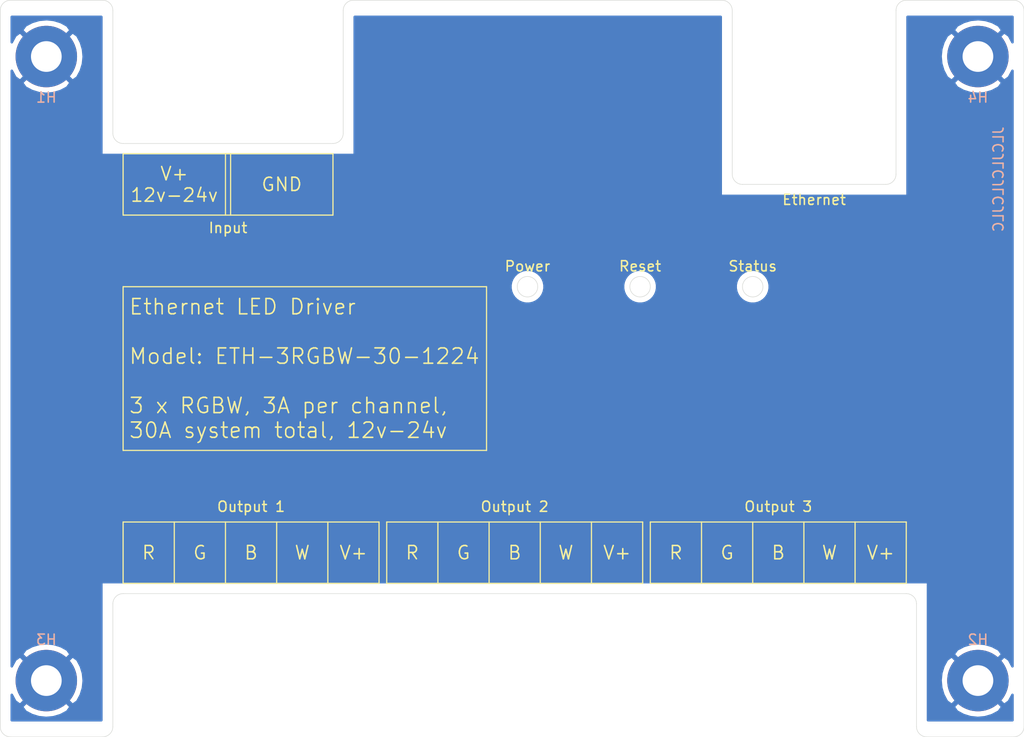
<source format=kicad_pcb>
(kicad_pcb (version 20171130) (host pcbnew "(5.1.10-1-10_14)")

  (general
    (thickness 1.6)
    (drawings 97)
    (tracks 0)
    (zones 0)
    (modules 4)
    (nets 2)
  )

  (page A4)
  (layers
    (0 F.Cu signal)
    (31 B.Cu signal hide)
    (32 B.Adhes user)
    (33 F.Adhes user)
    (34 B.Paste user)
    (35 F.Paste user)
    (36 B.SilkS user)
    (37 F.SilkS user)
    (38 B.Mask user)
    (39 F.Mask user)
    (40 Dwgs.User user hide)
    (41 Cmts.User user hide)
    (42 Eco1.User user)
    (43 Eco2.User user)
    (44 Edge.Cuts user)
    (45 Margin user)
    (46 B.CrtYd user)
    (47 F.CrtYd user)
    (48 B.Fab user hide)
    (49 F.Fab user hide)
  )

  (setup
    (last_trace_width 0.25)
    (user_trace_width 0.3)
    (user_trace_width 0.4)
    (user_trace_width 0.5)
    (user_trace_width 0.75)
    (user_trace_width 1)
    (user_trace_width 1.5)
    (user_trace_width 2)
    (trace_clearance 0.2)
    (zone_clearance 0.5)
    (zone_45_only no)
    (trace_min 0.2)
    (via_size 0.8)
    (via_drill 0.4)
    (via_min_size 0.4)
    (via_min_drill 0.3)
    (uvia_size 0.3)
    (uvia_drill 0.1)
    (uvias_allowed no)
    (uvia_min_size 0.2)
    (uvia_min_drill 0.1)
    (edge_width 0.05)
    (segment_width 0.2)
    (pcb_text_width 0.3)
    (pcb_text_size 1.5 1.5)
    (mod_edge_width 0.12)
    (mod_text_size 1 1)
    (mod_text_width 0.15)
    (pad_size 1.524 1.524)
    (pad_drill 0.762)
    (pad_to_mask_clearance 0)
    (aux_axis_origin 0 0)
    (grid_origin 273.25 38)
    (visible_elements FFFFFF7F)
    (pcbplotparams
      (layerselection 0x010fc_ffffffff)
      (usegerberextensions true)
      (usegerberattributes false)
      (usegerberadvancedattributes false)
      (creategerberjobfile false)
      (excludeedgelayer true)
      (linewidth 0.100000)
      (plotframeref false)
      (viasonmask false)
      (mode 1)
      (useauxorigin false)
      (hpglpennumber 1)
      (hpglpenspeed 20)
      (hpglpendiameter 15.000000)
      (psnegative false)
      (psa4output false)
      (plotreference true)
      (plotvalue false)
      (plotinvisibletext false)
      (padsonsilk false)
      (subtractmaskfromsilk true)
      (outputformat 1)
      (mirror false)
      (drillshape 0)
      (scaleselection 1)
      (outputdirectory "gerbers/"))
  )

  (net 0 "")
  (net 1 GND)

  (net_class Default "This is the default net class."
    (clearance 0.2)
    (trace_width 0.25)
    (via_dia 0.8)
    (via_drill 0.4)
    (uvia_dia 0.3)
    (uvia_drill 0.1)
    (add_net GND)
  )

  (module MountingHole:MountingHole_3mm_Pad (layer F.Cu) (tedit 56D1B4CB) (tstamp 640A1DCC)
    (at 268.75 43.5)
    (descr "Mounting Hole 3mm")
    (tags "mounting hole 3mm")
    (path /652DDEE1)
    (attr virtual)
    (fp_text reference H4 (at 0 4) (layer B.SilkS)
      (effects (font (size 1 1) (thickness 0.15)) (justify mirror))
    )
    (fp_text value MountingHole_Pad (at 0 4) (layer F.Fab)
      (effects (font (size 1 1) (thickness 0.15)))
    )
    (fp_circle (center 0 0) (end 3.25 0) (layer F.CrtYd) (width 0.05))
    (fp_circle (center 0 0) (end 3 0) (layer Cmts.User) (width 0.15))
    (fp_text user %R (at 0.3 0) (layer F.Fab)
      (effects (font (size 1 1) (thickness 0.15)))
    )
    (pad 1 thru_hole circle (at 0 0) (size 6 6) (drill 3) (layers *.Cu *.Mask)
      (net 1 GND))
  )

  (module MountingHole:MountingHole_3mm_Pad (layer F.Cu) (tedit 56D1B4CB) (tstamp 640A1DC4)
    (at 177.75 104.5)
    (descr "Mounting Hole 3mm")
    (tags "mounting hole 3mm")
    (path /652DC7EE)
    (attr virtual)
    (fp_text reference H3 (at 0 -4) (layer B.SilkS)
      (effects (font (size 1 1) (thickness 0.15)) (justify mirror))
    )
    (fp_text value MountingHole_Pad (at 0 4) (layer F.Fab)
      (effects (font (size 1 1) (thickness 0.15)))
    )
    (fp_circle (center 0 0) (end 3.25 0) (layer F.CrtYd) (width 0.05))
    (fp_circle (center 0 0) (end 3 0) (layer Cmts.User) (width 0.15))
    (fp_text user %R (at 0.3 0) (layer F.Fab)
      (effects (font (size 1 1) (thickness 0.15)))
    )
    (pad 1 thru_hole circle (at 0 0) (size 6 6) (drill 3) (layers *.Cu *.Mask)
      (net 1 GND))
  )

  (module MountingHole:MountingHole_3mm_Pad (layer F.Cu) (tedit 56D1B4CB) (tstamp 640A1DBC)
    (at 268.75 104.5)
    (descr "Mounting Hole 3mm")
    (tags "mounting hole 3mm")
    (path /652DB000)
    (attr virtual)
    (fp_text reference H2 (at 0 -4) (layer B.SilkS)
      (effects (font (size 1 1) (thickness 0.15)) (justify mirror))
    )
    (fp_text value MountingHole_Pad (at 0 4) (layer F.Fab)
      (effects (font (size 1 1) (thickness 0.15)))
    )
    (fp_circle (center 0 0) (end 3.25 0) (layer F.CrtYd) (width 0.05))
    (fp_circle (center 0 0) (end 3 0) (layer Cmts.User) (width 0.15))
    (fp_text user %R (at 0.3 0) (layer F.Fab)
      (effects (font (size 1 1) (thickness 0.15)))
    )
    (pad 1 thru_hole circle (at 0 0) (size 6 6) (drill 3) (layers *.Cu *.Mask)
      (net 1 GND))
  )

  (module MountingHole:MountingHole_3mm_Pad (layer F.Cu) (tedit 56D1B4CB) (tstamp 640A1DB4)
    (at 177.75 43.5)
    (descr "Mounting Hole 3mm")
    (tags "mounting hole 3mm")
    (path /652D78B9)
    (attr virtual)
    (fp_text reference H1 (at 0 4) (layer B.SilkS)
      (effects (font (size 1 1) (thickness 0.15)) (justify mirror))
    )
    (fp_text value MountingHole_Pad (at 0 4) (layer F.Fab)
      (effects (font (size 1 1) (thickness 0.15)))
    )
    (fp_circle (center 0 0) (end 3.25 0) (layer F.CrtYd) (width 0.05))
    (fp_circle (center 0 0) (end 3 0) (layer Cmts.User) (width 0.15))
    (fp_text user %R (at 0.3 0) (layer F.Fab)
      (effects (font (size 1 1) (thickness 0.15)))
    )
    (pad 1 thru_hole circle (at 0 0) (size 6 6) (drill 3) (layers *.Cu *.Mask)
      (net 1 GND))
  )

  (gr_text Input (at 195.5 60.25) (layer F.SilkS)
    (effects (font (size 1 1) (thickness 0.15)))
  )
  (gr_text "Output 3" (at 249.25 87.5) (layer F.SilkS)
    (effects (font (size 1 1) (thickness 0.15)))
  )
  (gr_text "Output 2" (at 223.5 87.5) (layer F.SilkS)
    (effects (font (size 1 1) (thickness 0.15)))
  )
  (gr_text "Output 1" (at 197.75 87.5) (layer F.SilkS)
    (effects (font (size 1 1) (thickness 0.15)))
  )
  (gr_line (start 220.75 66) (end 220.75 82) (layer F.SilkS) (width 0.12) (tstamp 64699780))
  (gr_line (start 185.25 66) (end 220.75 66) (layer F.SilkS) (width 0.12))
  (gr_line (start 185.25 82) (end 185.25 66) (layer F.SilkS) (width 0.12))
  (gr_line (start 220.75 82) (end 185.25 82) (layer F.SilkS) (width 0.12))
  (gr_text "Ethernet LED Driver\n\nModel: ETH-3RGBW-30-1224\n\n3 x RGBW, 3A per channel,\n30A system total, 12v-24v" (at 185.75 74) (layer F.SilkS)
    (effects (font (size 1.5 1.5) (thickness 0.15)) (justify left))
  )
  (gr_text GND (at 200.75 56) (layer F.SilkS)
    (effects (font (size 1.3 1.3) (thickness 0.15)))
  )
  (gr_text "V+\n12v-24v" (at 190.25 56) (layer F.SilkS)
    (effects (font (size 1.3 1.3) (thickness 0.15)))
  )
  (gr_line (start 236 95) (end 211 95) (layer F.SilkS) (width 0.12) (tstamp 64699658))
  (gr_line (start 221 89) (end 221 95) (layer F.SilkS) (width 0.12) (tstamp 64699657))
  (gr_line (start 231 89) (end 231 95) (layer F.SilkS) (width 0.12) (tstamp 64699656))
  (gr_line (start 211 89) (end 236 89) (layer F.SilkS) (width 0.12) (tstamp 64699655))
  (gr_line (start 211 95) (end 211 89) (layer F.SilkS) (width 0.12) (tstamp 64699654))
  (gr_line (start 226 89) (end 226 95) (layer F.SilkS) (width 0.12) (tstamp 64699653))
  (gr_line (start 216 89) (end 216 95) (layer F.SilkS) (width 0.12) (tstamp 64699652))
  (gr_line (start 236 89) (end 236 95) (layer F.SilkS) (width 0.12) (tstamp 64699651))
  (gr_text R (at 213.5 92) (layer F.SilkS) (tstamp 64699650)
    (effects (font (size 1.3 1.3) (thickness 0.15)))
  )
  (gr_text W (at 228.5 92) (layer F.SilkS) (tstamp 6469964F)
    (effects (font (size 1.3 1.3) (thickness 0.15)))
  )
  (gr_text V+ (at 233.5 92) (layer F.SilkS) (tstamp 6469964E)
    (effects (font (size 1.3 1.3) (thickness 0.15)))
  )
  (gr_text B (at 223.5 92) (layer F.SilkS) (tstamp 6469964D)
    (effects (font (size 1.3 1.3) (thickness 0.15)))
  )
  (gr_text G (at 218.5 92) (layer F.SilkS) (tstamp 6469964C)
    (effects (font (size 1.3 1.3) (thickness 0.15)))
  )
  (gr_line (start 261.75 95) (end 236.75 95) (layer F.SilkS) (width 0.12) (tstamp 64699602))
  (gr_line (start 246.75 89) (end 246.75 95) (layer F.SilkS) (width 0.12) (tstamp 64699601))
  (gr_line (start 256.75 89) (end 256.75 95) (layer F.SilkS) (width 0.12) (tstamp 64699600))
  (gr_line (start 236.75 89) (end 261.75 89) (layer F.SilkS) (width 0.12) (tstamp 646995FF))
  (gr_line (start 236.75 95) (end 236.75 89) (layer F.SilkS) (width 0.12) (tstamp 646995FE))
  (gr_line (start 251.75 89) (end 251.75 95) (layer F.SilkS) (width 0.12) (tstamp 646995FD))
  (gr_line (start 241.75 89) (end 241.75 95) (layer F.SilkS) (width 0.12) (tstamp 646995FC))
  (gr_line (start 261.75 89) (end 261.75 95) (layer F.SilkS) (width 0.12) (tstamp 646995FB))
  (gr_text B (at 249.25 92) (layer F.SilkS) (tstamp 646995FA)
    (effects (font (size 1.3 1.3) (thickness 0.15)))
  )
  (gr_text R (at 239.25 92) (layer F.SilkS) (tstamp 646995F9)
    (effects (font (size 1.3 1.3) (thickness 0.15)))
  )
  (gr_text W (at 254.25 92) (layer F.SilkS) (tstamp 646995F8)
    (effects (font (size 1.3 1.3) (thickness 0.15)))
  )
  (gr_text V+ (at 259.25 92) (layer F.SilkS) (tstamp 646995F7)
    (effects (font (size 1.3 1.3) (thickness 0.15)))
  )
  (gr_text G (at 244.25 92) (layer F.SilkS) (tstamp 646995F6)
    (effects (font (size 1.3 1.3) (thickness 0.15)))
  )
  (gr_text V+ (at 207.75 92) (layer F.SilkS)
    (effects (font (size 1.3 1.3) (thickness 0.15)))
  )
  (gr_text W (at 202.75 92) (layer F.SilkS)
    (effects (font (size 1.3 1.3) (thickness 0.15)))
  )
  (gr_text B (at 197.75 92) (layer F.SilkS)
    (effects (font (size 1.3 1.3) (thickness 0.15)))
  )
  (gr_text G (at 192.75 92) (layer F.SilkS)
    (effects (font (size 1.3 1.3) (thickness 0.15)))
  )
  (gr_text R (at 187.75 92) (layer F.SilkS)
    (effects (font (size 1.3 1.3) (thickness 0.15)))
  )
  (gr_line (start 190.25 89) (end 190.25 95) (layer F.SilkS) (width 0.12))
  (gr_line (start 195.25 89) (end 195.25 95) (layer F.SilkS) (width 0.12))
  (gr_line (start 200.25 89) (end 200.25 95) (layer F.SilkS) (width 0.12))
  (gr_line (start 205.25 89) (end 205.25 95) (layer F.SilkS) (width 0.12))
  (gr_line (start 210.25 95) (end 185.25 95) (layer F.SilkS) (width 0.12) (tstamp 6469958F))
  (gr_line (start 185.25 89) (end 210.25 89) (layer F.SilkS) (width 0.12) (tstamp 6469958B))
  (gr_line (start 210.25 89) (end 210.25 95) (layer F.SilkS) (width 0.12))
  (gr_line (start 185.25 95) (end 185.25 89) (layer F.SilkS) (width 0.12))
  (gr_line (start 195.75 53) (end 195.75 59) (layer F.SilkS) (width 0.12))
  (gr_line (start 195.25 53) (end 195.75 53) (layer F.SilkS) (width 0.12))
  (gr_line (start 195.25 59) (end 195.25 53) (layer F.SilkS) (width 0.12))
  (gr_line (start 185.25 59) (end 185.25 53) (layer F.SilkS) (width 0.12) (tstamp 64699473))
  (gr_line (start 205.75 59) (end 185.25 59) (layer F.SilkS) (width 0.12))
  (gr_line (start 205.75 53) (end 205.75 59) (layer F.SilkS) (width 0.12))
  (gr_line (start 185.25 53) (end 205.75 53) (layer F.SilkS) (width 0.12))
  (gr_text Ethernet (at 252.75 57.5) (layer F.SilkS)
    (effects (font (size 1 1) (thickness 0.15)))
  )
  (gr_line (start 173.25 109) (end 173.25 39) (layer Edge.Cuts) (width 0.05) (tstamp 6469942B))
  (gr_line (start 183.25 110) (end 174.25 110) (layer Edge.Cuts) (width 0.05) (tstamp 6469941D))
  (gr_line (start 184.25 97) (end 184.25 109) (layer Edge.Cuts) (width 0.05) (tstamp 64699419))
  (gr_line (start 261.75 96) (end 185.25 96) (layer Edge.Cuts) (width 0.05) (tstamp 64699415))
  (gr_line (start 262.75 109) (end 262.75 97) (layer Edge.Cuts) (width 0.05) (tstamp 64699411))
  (gr_line (start 272.25 110) (end 263.75 110) (layer Edge.Cuts) (width 0.05) (tstamp 6469940F))
  (gr_line (start 273.25 39) (end 273.25 109) (layer Edge.Cuts) (width 0.05) (tstamp 6469940D))
  (gr_line (start 185.25 52) (end 205.75 52) (layer Edge.Cuts) (width 0.05) (tstamp 646993EC))
  (gr_line (start 245.75 56) (end 259.75 56) (layer Edge.Cuts) (width 0.05) (tstamp 646993E3))
  (gr_line (start 261.75 38) (end 272.25 38) (layer Edge.Cuts) (width 0.05) (tstamp 646993DD))
  (gr_line (start 260.75 55) (end 260.75 39) (layer Edge.Cuts) (width 0.05) (tstamp 646993DA))
  (gr_line (start 244.75 39) (end 244.75 55) (layer Edge.Cuts) (width 0.05) (tstamp 646993D6))
  (gr_line (start 207.75 38) (end 243.75 38) (layer Edge.Cuts) (width 0.05) (tstamp 646993D4))
  (gr_line (start 206.75 51) (end 206.75 39) (layer Edge.Cuts) (width 0.05) (tstamp 646993D0))
  (gr_line (start 184.25 39) (end 184.25 51) (layer Edge.Cuts) (width 0.05) (tstamp 646993CD))
  (gr_line (start 174.25 38) (end 183.25 38) (layer Edge.Cuts) (width 0.05) (tstamp 646993CA))
  (gr_arc (start 183.25 109) (end 183.25 110) (angle -90) (layer Edge.Cuts) (width 0.05))
  (gr_arc (start 174.25 109) (end 173.25 109) (angle -90) (layer Edge.Cuts) (width 0.05))
  (gr_arc (start 174.25 39) (end 174.25 38) (angle -90) (layer Edge.Cuts) (width 0.05))
  (gr_arc (start 183.25 39) (end 184.25 39) (angle -90) (layer Edge.Cuts) (width 0.05))
  (gr_arc (start 207.75 39) (end 207.75 38) (angle -90) (layer Edge.Cuts) (width 0.05))
  (gr_arc (start 243.75 39) (end 244.75 39) (angle -90) (layer Edge.Cuts) (width 0.05))
  (gr_arc (start 261.75 39) (end 261.75 38) (angle -90) (layer Edge.Cuts) (width 0.05))
  (gr_arc (start 272.25 39) (end 273.25 39) (angle -90) (layer Edge.Cuts) (width 0.05))
  (gr_arc (start 272.25 109) (end 272.25 110) (angle -90) (layer Edge.Cuts) (width 0.05))
  (gr_arc (start 263.75 109) (end 262.75 109) (angle -90) (layer Edge.Cuts) (width 0.05))
  (gr_arc (start 261.75 97) (end 262.75 97) (angle -90) (layer Edge.Cuts) (width 0.05))
  (gr_arc (start 185.25 97) (end 185.25 96) (angle -90) (layer Edge.Cuts) (width 0.05))
  (gr_arc (start 185.25 51) (end 184.25 51) (angle -90) (layer Edge.Cuts) (width 0.05))
  (gr_arc (start 205.75 51) (end 205.75 52) (angle -90) (layer Edge.Cuts) (width 0.05))
  (gr_arc (start 245.75 55) (end 244.75 55) (angle -90) (layer Edge.Cuts) (width 0.05))
  (gr_arc (start 259.75 55) (end 259.75 56) (angle -90) (layer Edge.Cuts) (width 0.05))
  (gr_text Status (at 246.75 64) (layer F.SilkS)
    (effects (font (size 1 1) (thickness 0.15)))
  )
  (gr_text Reset (at 235.75 64) (layer F.SilkS)
    (effects (font (size 1 1) (thickness 0.15)))
  )
  (gr_text Power (at 224.75 64) (layer F.SilkS)
    (effects (font (size 1 1) (thickness 0.15)))
  )
  (gr_circle (center 246.75 66) (end 247.75 66) (layer Edge.Cuts) (width 0.05))
  (gr_circle (center 224.75 66) (end 225.75 66) (layer Edge.Cuts) (width 0.05))
  (gr_circle (center 235.75 66) (end 236.75 66) (layer Edge.Cuts) (width 0.05))
  (gr_text JLCJLCJLCJLC (at 270.75 55.5 90) (layer B.SilkS)
    (effects (font (size 1 1) (thickness 0.15)) (justify mirror))
  )

  (zone (net 1) (net_name GND) (layer B.Cu) (tstamp 646AA3CE) (hatch edge 0.508)
    (connect_pads (clearance 0.5))
    (min_thickness 0.254)
    (fill yes (arc_segments 32) (thermal_gap 0.508) (thermal_bridge_width 0.508))
    (polygon
      (pts
        (xy 183.25 53) (xy 207.75 53) (xy 207.75 39.5) (xy 243.75 39.5) (xy 243.75 57)
        (xy 261.75 57) (xy 261.75 39.5) (xy 272.25 39.5) (xy 272.25 108.5) (xy 263.75 108.5)
        (xy 263.75 95) (xy 183.25 95) (xy 183.25 108.5) (xy 174.25 108.5) (xy 174.25 39.5)
        (xy 183.25 39.5)
      )
    )
    (filled_polygon
      (pts
        (xy 183.123 53) (xy 183.12544 53.024776) (xy 183.132667 53.048601) (xy 183.144403 53.070557) (xy 183.160197 53.089803)
        (xy 183.179443 53.105597) (xy 183.201399 53.117333) (xy 183.225224 53.12456) (xy 183.25 53.127) (xy 207.75 53.127)
        (xy 207.774776 53.12456) (xy 207.798601 53.117333) (xy 207.820557 53.105597) (xy 207.839803 53.089803) (xy 207.855597 53.070557)
        (xy 207.867333 53.048601) (xy 207.87456 53.024776) (xy 207.877 53) (xy 207.877 39.627) (xy 243.623 39.627)
        (xy 243.623 57) (xy 243.62544 57.024776) (xy 243.632667 57.048601) (xy 243.644403 57.070557) (xy 243.660197 57.089803)
        (xy 243.679443 57.105597) (xy 243.701399 57.117333) (xy 243.725224 57.12456) (xy 243.75 57.127) (xy 261.75 57.127)
        (xy 261.774776 57.12456) (xy 261.798601 57.117333) (xy 261.820557 57.105597) (xy 261.839803 57.089803) (xy 261.855597 57.070557)
        (xy 261.867333 57.048601) (xy 261.87456 57.024776) (xy 261.877 57) (xy 261.877 46.058686) (xy 266.370919 46.058686)
        (xy 266.707106 46.527868) (xy 267.337068 46.868237) (xy 268.021327 47.079166) (xy 268.733589 47.15255) (xy 269.446482 47.085569)
        (xy 270.132609 46.880796) (xy 270.765603 46.546102) (xy 270.792894 46.527868) (xy 271.129081 46.058686) (xy 268.75 43.679605)
        (xy 266.370919 46.058686) (xy 261.877 46.058686) (xy 261.877 43.483589) (xy 265.09745 43.483589) (xy 265.164431 44.196482)
        (xy 265.369204 44.882609) (xy 265.703898 45.515603) (xy 265.722132 45.542894) (xy 266.191314 45.879081) (xy 268.570395 43.5)
        (xy 266.191314 41.120919) (xy 265.722132 41.457106) (xy 265.381763 42.087068) (xy 265.170834 42.771327) (xy 265.09745 43.483589)
        (xy 261.877 43.483589) (xy 261.877 40.941314) (xy 266.370919 40.941314) (xy 268.75 43.320395) (xy 271.129081 40.941314)
        (xy 270.792894 40.472132) (xy 270.162932 40.131763) (xy 269.478673 39.920834) (xy 268.766411 39.84745) (xy 268.053518 39.914431)
        (xy 267.367391 40.119204) (xy 266.734397 40.453898) (xy 266.707106 40.472132) (xy 266.370919 40.941314) (xy 261.877 40.941314)
        (xy 261.877 39.627) (xy 272.123 39.627) (xy 272.123 42.102647) (xy 271.796102 41.484397) (xy 271.777868 41.457106)
        (xy 271.308686 41.120919) (xy 268.929605 43.5) (xy 271.308686 45.879081) (xy 271.777868 45.542894) (xy 272.118237 44.912932)
        (xy 272.123 44.897481) (xy 272.123 103.102647) (xy 271.796102 102.484397) (xy 271.777868 102.457106) (xy 271.308686 102.120919)
        (xy 268.929605 104.5) (xy 271.308686 106.879081) (xy 271.777868 106.542894) (xy 272.118237 105.912932) (xy 272.123 105.897481)
        (xy 272.123 108.373) (xy 263.877 108.373) (xy 263.877 107.058686) (xy 266.370919 107.058686) (xy 266.707106 107.527868)
        (xy 267.337068 107.868237) (xy 268.021327 108.079166) (xy 268.733589 108.15255) (xy 269.446482 108.085569) (xy 270.132609 107.880796)
        (xy 270.765603 107.546102) (xy 270.792894 107.527868) (xy 271.129081 107.058686) (xy 268.75 104.679605) (xy 266.370919 107.058686)
        (xy 263.877 107.058686) (xy 263.877 104.483589) (xy 265.09745 104.483589) (xy 265.164431 105.196482) (xy 265.369204 105.882609)
        (xy 265.703898 106.515603) (xy 265.722132 106.542894) (xy 266.191314 106.879081) (xy 268.570395 104.5) (xy 266.191314 102.120919)
        (xy 265.722132 102.457106) (xy 265.381763 103.087068) (xy 265.170834 103.771327) (xy 265.09745 104.483589) (xy 263.877 104.483589)
        (xy 263.877 101.941314) (xy 266.370919 101.941314) (xy 268.75 104.320395) (xy 271.129081 101.941314) (xy 270.792894 101.472132)
        (xy 270.162932 101.131763) (xy 269.478673 100.920834) (xy 268.766411 100.84745) (xy 268.053518 100.914431) (xy 267.367391 101.119204)
        (xy 266.734397 101.453898) (xy 266.707106 101.472132) (xy 266.370919 101.941314) (xy 263.877 101.941314) (xy 263.877 95)
        (xy 263.87456 94.975224) (xy 263.867333 94.951399) (xy 263.855597 94.929443) (xy 263.839803 94.910197) (xy 263.820557 94.894403)
        (xy 263.798601 94.882667) (xy 263.774776 94.87544) (xy 263.75 94.873) (xy 183.25 94.873) (xy 183.225224 94.87544)
        (xy 183.201399 94.882667) (xy 183.179443 94.894403) (xy 183.160197 94.910197) (xy 183.144403 94.929443) (xy 183.132667 94.951399)
        (xy 183.12544 94.975224) (xy 183.123 95) (xy 183.123 108.373) (xy 174.377 108.373) (xy 174.377 107.058686)
        (xy 175.370919 107.058686) (xy 175.707106 107.527868) (xy 176.337068 107.868237) (xy 177.021327 108.079166) (xy 177.733589 108.15255)
        (xy 178.446482 108.085569) (xy 179.132609 107.880796) (xy 179.765603 107.546102) (xy 179.792894 107.527868) (xy 180.129081 107.058686)
        (xy 177.75 104.679605) (xy 175.370919 107.058686) (xy 174.377 107.058686) (xy 174.377 105.897353) (xy 174.703898 106.515603)
        (xy 174.722132 106.542894) (xy 175.191314 106.879081) (xy 177.570395 104.5) (xy 177.929605 104.5) (xy 180.308686 106.879081)
        (xy 180.777868 106.542894) (xy 181.118237 105.912932) (xy 181.329166 105.228673) (xy 181.40255 104.516411) (xy 181.335569 103.803518)
        (xy 181.130796 103.117391) (xy 180.796102 102.484397) (xy 180.777868 102.457106) (xy 180.308686 102.120919) (xy 177.929605 104.5)
        (xy 177.570395 104.5) (xy 175.191314 102.120919) (xy 174.722132 102.457106) (xy 174.381763 103.087068) (xy 174.377 103.102519)
        (xy 174.377 101.941314) (xy 175.370919 101.941314) (xy 177.75 104.320395) (xy 180.129081 101.941314) (xy 179.792894 101.472132)
        (xy 179.162932 101.131763) (xy 178.478673 100.920834) (xy 177.766411 100.84745) (xy 177.053518 100.914431) (xy 176.367391 101.119204)
        (xy 175.734397 101.453898) (xy 175.707106 101.472132) (xy 175.370919 101.941314) (xy 174.377 101.941314) (xy 174.377 65.836115)
        (xy 223.086051 65.836115) (xy 223.086051 66.163885) (xy 223.149996 66.485356) (xy 223.275428 66.788175) (xy 223.457527 67.060706)
        (xy 223.689294 67.292473) (xy 223.961825 67.474572) (xy 224.264644 67.600004) (xy 224.586115 67.663949) (xy 224.913885 67.663949)
        (xy 225.235356 67.600004) (xy 225.538175 67.474572) (xy 225.810706 67.292473) (xy 226.042473 67.060706) (xy 226.224572 66.788175)
        (xy 226.350004 66.485356) (xy 226.413949 66.163885) (xy 226.413949 65.836115) (xy 234.086051 65.836115) (xy 234.086051 66.163885)
        (xy 234.149996 66.485356) (xy 234.275428 66.788175) (xy 234.457527 67.060706) (xy 234.689294 67.292473) (xy 234.961825 67.474572)
        (xy 235.264644 67.600004) (xy 235.586115 67.663949) (xy 235.913885 67.663949) (xy 236.235356 67.600004) (xy 236.538175 67.474572)
        (xy 236.810706 67.292473) (xy 237.042473 67.060706) (xy 237.224572 66.788175) (xy 237.350004 66.485356) (xy 237.413949 66.163885)
        (xy 237.413949 65.836115) (xy 245.086051 65.836115) (xy 245.086051 66.163885) (xy 245.149996 66.485356) (xy 245.275428 66.788175)
        (xy 245.457527 67.060706) (xy 245.689294 67.292473) (xy 245.961825 67.474572) (xy 246.264644 67.600004) (xy 246.586115 67.663949)
        (xy 246.913885 67.663949) (xy 247.235356 67.600004) (xy 247.538175 67.474572) (xy 247.810706 67.292473) (xy 248.042473 67.060706)
        (xy 248.224572 66.788175) (xy 248.350004 66.485356) (xy 248.413949 66.163885) (xy 248.413949 65.836115) (xy 248.350004 65.514644)
        (xy 248.224572 65.211825) (xy 248.042473 64.939294) (xy 247.810706 64.707527) (xy 247.538175 64.525428) (xy 247.235356 64.399996)
        (xy 246.913885 64.336051) (xy 246.586115 64.336051) (xy 246.264644 64.399996) (xy 245.961825 64.525428) (xy 245.689294 64.707527)
        (xy 245.457527 64.939294) (xy 245.275428 65.211825) (xy 245.149996 65.514644) (xy 245.086051 65.836115) (xy 237.413949 65.836115)
        (xy 237.350004 65.514644) (xy 237.224572 65.211825) (xy 237.042473 64.939294) (xy 236.810706 64.707527) (xy 236.538175 64.525428)
        (xy 236.235356 64.399996) (xy 235.913885 64.336051) (xy 235.586115 64.336051) (xy 235.264644 64.399996) (xy 234.961825 64.525428)
        (xy 234.689294 64.707527) (xy 234.457527 64.939294) (xy 234.275428 65.211825) (xy 234.149996 65.514644) (xy 234.086051 65.836115)
        (xy 226.413949 65.836115) (xy 226.350004 65.514644) (xy 226.224572 65.211825) (xy 226.042473 64.939294) (xy 225.810706 64.707527)
        (xy 225.538175 64.525428) (xy 225.235356 64.399996) (xy 224.913885 64.336051) (xy 224.586115 64.336051) (xy 224.264644 64.399996)
        (xy 223.961825 64.525428) (xy 223.689294 64.707527) (xy 223.457527 64.939294) (xy 223.275428 65.211825) (xy 223.149996 65.514644)
        (xy 223.086051 65.836115) (xy 174.377 65.836115) (xy 174.377 46.058686) (xy 175.370919 46.058686) (xy 175.707106 46.527868)
        (xy 176.337068 46.868237) (xy 177.021327 47.079166) (xy 177.733589 47.15255) (xy 178.446482 47.085569) (xy 179.132609 46.880796)
        (xy 179.765603 46.546102) (xy 179.792894 46.527868) (xy 180.129081 46.058686) (xy 177.75 43.679605) (xy 175.370919 46.058686)
        (xy 174.377 46.058686) (xy 174.377 44.897353) (xy 174.703898 45.515603) (xy 174.722132 45.542894) (xy 175.191314 45.879081)
        (xy 177.570395 43.5) (xy 177.929605 43.5) (xy 180.308686 45.879081) (xy 180.777868 45.542894) (xy 181.118237 44.912932)
        (xy 181.329166 44.228673) (xy 181.40255 43.516411) (xy 181.335569 42.803518) (xy 181.130796 42.117391) (xy 180.796102 41.484397)
        (xy 180.777868 41.457106) (xy 180.308686 41.120919) (xy 177.929605 43.5) (xy 177.570395 43.5) (xy 175.191314 41.120919)
        (xy 174.722132 41.457106) (xy 174.381763 42.087068) (xy 174.377 42.102519) (xy 174.377 40.941314) (xy 175.370919 40.941314)
        (xy 177.75 43.320395) (xy 180.129081 40.941314) (xy 179.792894 40.472132) (xy 179.162932 40.131763) (xy 178.478673 39.920834)
        (xy 177.766411 39.84745) (xy 177.053518 39.914431) (xy 176.367391 40.119204) (xy 175.734397 40.453898) (xy 175.707106 40.472132)
        (xy 175.370919 40.941314) (xy 174.377 40.941314) (xy 174.377 39.627) (xy 183.123 39.627)
      )
    )
  )
)

</source>
